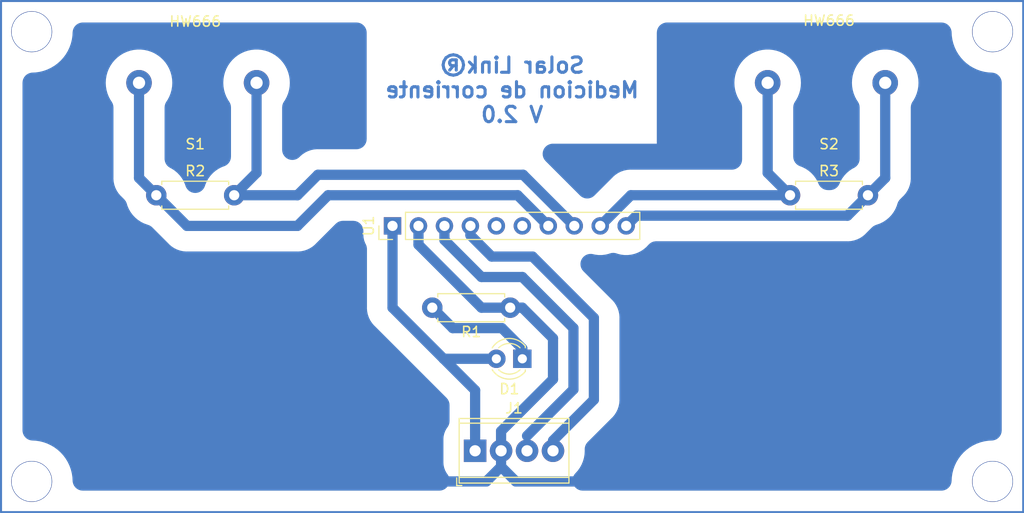
<source format=kicad_pcb>
(kicad_pcb (version 20221018) (generator pcbnew)
  (layers (0 "F.Cu" signal) (31 "B.Cu" signal) (34 "B.Paste" user) (35 "F.Paste" user) (36 "B.SilkS" user "B.Silkscreen") (37 "F.SilkS" user "F.Silkscreen") (38 "B.Mask" user) (39 "F.Mask" user) (44 "Edge.Cuts" user))
  (net 0 "")
  (net 1 "Net-(D1-K)")
  (net 2 "Net-(S1-Pin_2)")
  (net 3 "Net-(S1-Pin_1)")
  (net 4 "Net-(S2-Pin_2)")
  (net 5 "Net-(S2-Pin_1)")
  (net 8 "Net-(J1-Pin_4)")
  (net 9 "Net-(J1-Pin_3)")
  (net 10 "VCC")
  (net 11 "Masa")
  (footprint "LED_THT:LED_D3.0mm" (layer "F.Cu") (at 137 82 180)
    (fp_text reference "D1" (at 1.27 -2.96) (layer "F.SilkS"))
    (fp_text value "LED")
    (fp_line (start -0.29 -1.236) (end -0.29 -1.08) (stroke (width 0.12)) (layer "F.SilkS"))
    (fp_line (start -0.29 1.08) (end -0.29 1.236) (stroke (width 0.12)) (layer "F.SilkS"))
    (fp_arc (start -0.29 -1.235516) (mid 1.366487 -1.987659) (end 2.942335 -1.078608) (stroke (width 0.12)) (layer "F.SilkS"))
    (fp_arc (start 0.229039 -1.08) (mid 1.270117 -1.5) (end 2.31113 -1.079837) (stroke (width 0.12)) (layer "F.SilkS"))
    (fp_arc (start 2.31113 1.079837) (mid 1.270117 1.5) (end 0.229039 1.08) (stroke (width 0.12)) (layer "F.SilkS"))
    (fp_arc (start 2.942335 1.078608) (mid 1.366487 1.987659) (end -0.29 1.235516) (stroke (width 0.12)) (layer "F.SilkS"))
    (pad "1" thru_hole rect (at 0 0 180) (size 1.8 1.8) (drill 0.9) (layers "*.Cu" "*.Mask") (net 1 "Net-(D1-K)"))
    (pad "2" thru_hole circle (at 2.54 0 180) (size 1.8 1.8) (drill 0.9) (layers "*.Cu" "*.Mask") (net 10 "VCC"))
  )
  (footprint "Resistor_THT:R_Axial_DIN0207_L6.3mm_D2.5mm_P7.62mm_Horizontal" (layer "F.Cu") (at 163.19 66)
    (fp_text reference "R3" (at 3.81 -2.37) (layer "F.SilkS"))
    (fp_text value "100")
    (fp_line (start 0.54 -1.37) (end 7.08 -1.37) (stroke (width 0.12)) (layer "F.SilkS"))
    (fp_line (start 0.54 -1.04) (end 0.54 -1.37) (stroke (width 0.12)) (layer "F.SilkS"))
    (fp_line (start 0.54 1.04) (end 0.54 1.37) (stroke (width 0.12)) (layer "F.SilkS"))
    (fp_line (start 0.54 1.37) (end 7.08 1.37) (stroke (width 0.12)) (layer "F.SilkS"))
    (fp_line (start 7.08 -1.37) (end 7.08 -1.04) (stroke (width 0.12)) (layer "F.SilkS"))
    (fp_line (start 7.08 1.37) (end 7.08 1.04) (stroke (width 0.12)) (layer "F.SilkS"))
    (pad "1" thru_hole circle (at 0 0) (size 2 2) (drill 1) (layers "*.Cu" "*.Mask") (net 4 "Net-(S2-Pin_2)"))
    (pad "2" thru_hole circle (at 7.62 0) (size 2 2) (drill 1) (layers "*.Cu" "*.Mask") (net 5 "Net-(S2-Pin_1)"))
  )
  (footprint "TerminalBlock_Phoenix:TerminalBlock_Phoenix_MPT-0,5-4-2.54_1x04_P2.54mm_Horizontal" (layer "F.Cu") (at 132.38 91)
    (fp_text reference "J1" (at 3.81 -4.16) (layer "F.SilkS"))
    (fp_text value "IN")
    (fp_line (start -1.8 2.66) (end -1.8 3.4) (stroke (width 0.12)) (layer "F.SilkS"))
    (fp_line (start -1.8 3.4) (end -1.3 3.4) (stroke (width 0.12)) (layer "F.SilkS"))
    (fp_line (start -1.56 -3.16) (end -1.56 3.16) (stroke (width 0.12)) (layer "F.SilkS"))
    (fp_line (start -1.56 -3.16) (end 9.18 -3.16) (stroke (width 0.12)) (layer "F.SilkS"))
    (fp_line (start -1.56 -2.7) (end 9.18 -2.7) (stroke (width 0.12)) (layer "F.SilkS"))
    (fp_line (start -1.56 2.6) (end 9.18 2.6) (stroke (width 0.12)) (layer "F.SilkS"))
    (fp_line (start -1.56 3.16) (end 9.18 3.16) (stroke (width 0.12)) (layer "F.SilkS"))
    (fp_line (start 9.18 -3.16) (end 9.18 3.16) (stroke (width 0.12)) (layer "F.SilkS"))
    (pad "1" thru_hole rect (at 0 0) (size 2.2 2.2) (drill 1.1) (layers "*.Cu" "*.Mask") (net 10 "VCC"))
    (pad "2" thru_hole circle (at 2.54 0) (size 2.2 2.2) (drill 1.1) (layers "*.Cu" "*.Mask") (net 11 "Masa"))
    (pad "3" thru_hole circle (at 5.08 0) (size 2.2 2.2) (drill 1.1) (layers "*.Cu" "*.Mask") (net 9 "Net-(J1-Pin_3)"))
    (pad "4" thru_hole circle (at 7.62 0) (size 2.2 2.2) (drill 1.1) (layers "*.Cu" "*.Mask") (net 8 "Net-(J1-Pin_4)"))
  )
  (footprint "Resistor_THT:R_Axial_DIN0207_L6.3mm_D2.5mm_P7.62mm_Horizontal" (layer "F.Cu") (at 101.19 66)
    (fp_text reference "R2" (at 3.81 -2.37) (layer "F.SilkS"))
    (fp_text value "100")
    (fp_line (start 0.54 -1.37) (end 7.08 -1.37) (stroke (width 0.12)) (layer "F.SilkS"))
    (fp_line (start 0.54 -1.04) (end 0.54 -1.37) (stroke (width 0.12)) (layer "F.SilkS"))
    (fp_line (start 0.54 1.04) (end 0.54 1.37) (stroke (width 0.12)) (layer "F.SilkS"))
    (fp_line (start 0.54 1.37) (end 7.08 1.37) (stroke (width 0.12)) (layer "F.SilkS"))
    (fp_line (start 7.08 -1.37) (end 7.08 -1.04) (stroke (width 0.12)) (layer "F.SilkS"))
    (fp_line (start 7.08 1.37) (end 7.08 1.04) (stroke (width 0.12)) (layer "F.SilkS"))
    (pad "1" thru_hole circle (at 0 0) (size 2 2) (drill 1) (layers "*.Cu" "*.Mask") (net 2 "Net-(S1-Pin_2)"))
    (pad "2" thru_hole circle (at 7.62 0) (size 2 2) (drill 1) (layers "*.Cu" "*.Mask") (net 3 "Net-(S1-Pin_1)"))
  )
  (footprint "Resistor_THT:R_Axial_DIN0207_L6.3mm_D2.5mm_P7.62mm_Horizontal" (layer "F.Cu") (at 135.81 77 180)
    (fp_text reference "R1" (at 3.81 -2.37 180) (layer "F.SilkS"))
    (fp_text value "1k")
    (fp_line (start 0.54 -1.37) (end 7.08 -1.37) (stroke (width 0.12)) (layer "F.SilkS"))
    (fp_line (start 0.54 -1.04) (end 0.54 -1.37) (stroke (width 0.12)) (layer "F.SilkS"))
    (fp_line (start 0.54 1.04) (end 0.54 1.37) (stroke (width 0.12)) (layer "F.SilkS"))
    (fp_line (start 0.54 1.37) (end 7.08 1.37) (stroke (width 0.12)) (layer "F.SilkS"))
    (fp_line (start 7.08 -1.37) (end 7.08 -1.04) (stroke (width 0.12)) (layer "F.SilkS"))
    (fp_line (start 7.08 1.37) (end 7.08 1.04) (stroke (width 0.12)) (layer "F.SilkS"))
    (pad "1" thru_hole circle (at 0 0 180) (size 2 2) (drill 1) (layers "*.Cu" "*.Mask") (net 11 "Masa"))
    (pad "2" thru_hole circle (at 7.62 0 180) (size 2 2) (drill 1) (layers "*.Cu" "*.Mask") (net 1 "Net-(D1-K)"))
  )
  (footprint "Connector_PinHeader_2.54mm:PinHeader_1x10_P2.54mm_Vertical" (layer "F.Cu") (at 124.3 69 90)
    (fp_text reference "U1" (at 0 -2.33 90) (layer "F.SilkS"))
    (fp_text value "ADS1115IDGS")
    (fp_line (start -1.33 -1.33) (end 0 -1.33) (stroke (width 0.12)) (layer "F.SilkS"))
    (fp_line (start -1.33 0) (end -1.33 -1.33) (stroke (width 0.12)) (layer "F.SilkS"))
    (fp_line (start -1.33 1.27) (end -1.33 24.19) (stroke (width 0.12)) (layer "F.SilkS"))
    (fp_line (start -1.33 1.27) (end 1.33 1.27) (stroke (width 0.12)) (layer "F.SilkS"))
    (fp_line (start -1.33 24.19) (end 1.33 24.19) (stroke (width 0.12)) (layer "F.SilkS"))
    (fp_line (start 1.33 1.27) (end 1.33 24.19) (stroke (width 0.12)) (layer "F.SilkS"))
    (pad "1" thru_hole rect (at 0 0 90) (size 1.7 1.7) (drill 1) (layers "*.Cu" "*.Mask") (net 10 "VCC"))
    (pad "2" thru_hole oval (at 0 2.54 90) (size 1.7 1.7) (drill 1) (layers "*.Cu" "*.Mask") (net 11 "Masa"))
    (pad "3" thru_hole oval (at 0 5.08 90) (size 1.7 1.7) (drill 1) (layers "*.Cu" "*.Mask") (net 9 "Net-(J1-Pin_3)"))
    (pad "4" thru_hole oval (at 0 7.62 90) (size 1.7 1.7) (drill 1) (layers "*.Cu" "*.Mask") (net 8 "Net-(J1-Pin_4)"))
    (pad "5" thru_hole oval (at 0 10.16 90) (size 1.7 1.7) (drill 1) (layers "*.Cu" "*.Mask"))
    (pad "6" thru_hole oval (at 0 12.7 90) (size 1.7 1.7) (drill 1) (layers "*.Cu" "*.Mask"))
    (pad "7" thru_hole oval (at 0 15.24 90) (size 1.7 1.7) (drill 1) (layers "*.Cu" "*.Mask") (net 2 "Net-(S1-Pin_2)"))
    (pad "8" thru_hole oval (at 0 17.78 90) (size 1.7 1.7) (drill 1) (layers "*.Cu" "*.Mask") (net 3 "Net-(S1-Pin_1)"))
    (pad "9" thru_hole oval (at 0 20.32 90) (size 1.7 1.7) (drill 1) (layers "*.Cu" "*.Mask") (net 4 "Net-(S2-Pin_2)"))
    (pad "10" thru_hole oval (at 0 22.86 90) (size 1.7 1.7) (drill 1) (layers "*.Cu" "*.Mask") (net 5 "Net-(S2-Pin_1)"))
  )
  (footprint "Connector_PinHeader_2.54mm:PinHeader_1x02_P2.54mm_Vertical" (layer "F.Cu") (at 105 55)
    (fp_text reference "S1" (at 0 6) (layer "F.SilkS"))
    (fp_text value "HW666" (at 0 -6) (layer "F.SilkS"))
    (pad "1" thru_hole circle (at 6 0 270) (size 2.5 2.5) (drill 1.2) (layers "*.Cu" "*.Mask") (net 3 "Net-(S1-Pin_1)"))
    (pad "2" thru_hole circle (at -5.5 0) (size 2.5 2.5) (drill oval 1.2) (layers "*.Cu" "*.Mask") (net 2 "Net-(S1-Pin_2)"))
  )
  (footprint "Connector_PinHeader_2.54mm:PinHeader_1x02_P2.54mm_Vertical" (layer "F.Cu") (at 167 55)
    (fp_text reference "S2" (at 0 6) (layer "F.SilkS"))
    (fp_text value "HW666" hide)
    (fp_text user "HW666" (at 0 -5.5 unlocked) (layer "F.SilkS") (effects (justify bottom)))
    (pad "1" thru_hole circle (at 5.5 0 270) (size 2.5 2.5) (drill 1.2) (layers "*.Cu" "*.Mask") (net 5 "Net-(S2-Pin_1)"))
    (pad "2" thru_hole circle (at -6 0 270) (size 2.5 2.5) (drill 1.2) (layers "*.Cu" "*.Mask") (net 4 "Net-(S2-Pin_2)"))
  )
  (gr_line (start 86 47) (end 86 97) (stroke (width 0.2)) (layer "B.Cu"))
  (gr_line (start 186 97) (end 186 47) (stroke (width 0.2)) (layer "B.Cu"))
  (gr_line (start 186 47) (end 86 47) (stroke (width 0.2)) (layer "B.Cu"))
  (gr_line (start 86 97) (end 186 97) (stroke (width 0.2)) (layer "B.Cu"))
  (gr_text "Solar Link®\nMedicion de corriente\nV 2.0\n" (at 136 59) (layer "B.Cu") (effects (font (size 1.5 1.5) (thickness 0.3) bold) (justify bottom mirror)))
  (via (at 183 94) (size 4) (drill 3.9) (layers "F.Cu" "B.Cu") (net 0))
  (via (at 89 50) (size 4) (drill 3.9) (layers "F.Cu" "B.Cu") (net 0))
  (via (at 183 50) (size 4) (drill 3.9) (layers "F.Cu" "B.Cu") (net 0))
  (via (at 89 94) (size 4) (drill 3.9) (layers "F.Cu" "B.Cu") (net 0))
  (segment (start 130.19 79) (end 135 79) (width 1) (layer "B.Cu") (net 1))
  (segment (start 135 79) (end 137 81) (width 1) (layer "B.Cu") (net 1))
  (segment (start 128.19 77) (end 130.19 79) (width 1) (layer "B.Cu") (net 1))
  (segment (start 137 81) (end 137 82) (width 1) (layer "B.Cu") (net 1))
  (segment (start 99.5 64.31) (end 101.19 66) (width 1) (layer "B.Cu") (net 2))
  (segment (start 139.54 69) (end 136.54 66) (width 1) (layer "B.Cu") (net 2))
  (segment (start 136.54 66) (end 118 66) (width 1) (layer "B.Cu") (net 2))
  (segment (start 115 69) (end 104.19 69) (width 1) (layer "B.Cu") (net 2))
  (segment (start 118 66) (end 115 69) (width 1) (layer "B.Cu") (net 2))
  (segment (start 99.5 55) (end 99.5 64.31) (width 1) (layer "B.Cu") (net 2))
  (segment (start 104.19 69) (end 101.19 66) (width 1) (layer "B.Cu") (net 2))
  (segment (start 115 66) (end 108.81 66) (width 1) (layer "B.Cu") (net 3))
  (segment (start 111 63.81) (end 108.81 66) (width 1) (layer "B.Cu") (net 3))
  (segment (start 111 55) (end 111 63.81) (width 1) (layer "B.Cu") (net 3))
  (segment (start 117 64) (end 115 66) (width 1) (layer "B.Cu") (net 3))
  (segment (start 137.08 64) (end 117 64) (width 1) (layer "B.Cu") (net 3))
  (segment (start 142.08 69) (end 137.08 64) (width 1) (layer "B.Cu") (net 3))
  (segment (start 163.19 66) (end 147.62 66) (width 1) (layer "B.Cu") (net 4))
  (segment (start 147.62 66) (end 144.62 69) (width 1) (layer "B.Cu") (net 4))
  (segment (start 161 63.81) (end 163.19 66) (width 1) (layer "B.Cu") (net 4))
  (segment (start 161 55) (end 161 63.81) (width 1) (layer "B.Cu") (net 4))
  (segment (start 168.81 68) (end 148.16 68) (width 1) (layer "B.Cu") (net 5))
  (segment (start 170.81 66) (end 168.81 68) (width 1) (layer "B.Cu") (net 5))
  (segment (start 148.16 68) (end 147.16 69) (width 1) (layer "B.Cu") (net 5))
  (segment (start 172.5 64.31) (end 170.81 66) (width 1) (layer "B.Cu") (net 5))
  (segment (start 172.5 55) (end 172.5 64.31) (width 1) (layer "B.Cu") (net 5))
  (segment (start 144 78) (end 138 72) (width 1) (layer "B.Cu") (net 8))
  (segment (start 134 72) (end 131.92 69.92) (width 1) (layer "B.Cu") (net 8))
  (segment (start 140 90) (end 144 86) (width 1) (layer "B.Cu") (net 8))
  (segment (start 138 72) (end 134 72) (width 1) (layer "B.Cu") (net 8))
  (segment (start 144 86) (end 144 78) (width 1) (layer "B.Cu") (net 8))
  (segment (start 131.92 69.92) (end 131.92 69) (width 1) (layer "B.Cu") (net 8))
  (segment (start 142 79) (end 137 74) (width 1) (layer "B.Cu") (net 9))
  (segment (start 142 85) (end 142 79) (width 1) (layer "B.Cu") (net 9))
  (segment (start 129.38 70.38) (end 129.38 69) (width 1) (layer "B.Cu") (net 9))
  (segment (start 133 74) (end 129.38 70.38) (width 1) (layer "B.Cu") (net 9))
  (segment (start 137 74) (end 133 74) (width 1) (layer "B.Cu") (net 9))
  (segment (start 137.46 89.54) (end 142 85) (width 1) (layer "B.Cu") (net 9))
  (segment (start 124.3 69) (end 124.3 77) (width 1) (layer "B.Cu") (net 10))
  (segment (start 132.38 91) (end 132.38 85.08) (width 1) (layer "B.Cu") (net 10))
  (segment (start 124.3 77) (end 129.3 82) (width 1) (layer "B.Cu") (net 10))
  (segment (start 129.3 82) (end 134.46 82) (width 1) (layer "B.Cu") (net 10))
  (segment (start 132.38 85.08) (end 129.3 82) (width 1) (layer "B.Cu") (net 10))
  (segment (start 134.92 89.08) (end 140 84) (width 1) (layer "B.Cu") (net 11))
  (segment (start 140 80) (end 137 77) (width 1) (layer "B.Cu") (net 11))
  (segment (start 137 77) (end 135.81 77) (width 1) (layer "B.Cu") (net 11))
  (segment (start 140 84) (end 140 80) (width 1) (layer "B.Cu") (net 11))
  (segment (start 134.92 91) (end 134.92 92.555634) (width 1) (layer "B.Cu") (net 11))
  (segment (start 134.92 91) (end 134.92 89.08) (width 1) (layer "B.Cu") (net 11))
  (segment (start 126.84 70.84) (end 133 77) (width 1) (layer "B.Cu") (net 11))
  (segment (start 134.92 92.555634) (end 136.364366 94) (width 1) (layer "B.Cu") (net 11))
  (segment (start 133 77) (end 135.81 77) (width 1) (layer "B.Cu") (net 11))
  (segment (start 126.84 69) (end 126.84 70.84) (width 1) (layer "B.Cu") (net 11))
  (segment (start 136.364366 94) (end 146 94) (width 1) (layer "B.Cu") (net 11))
  (segment (start 133.475634 94) (end 127 94) (width 1) (layer "B.Cu") (net 11))
  (segment (start 134.92 92.555634) (end 133.475634 94) (width 1) (layer "B.Cu") (net 11))
  (zone (net 11) (net_name "Masa") (layer "B.Cu") (connect_pads (clearance 2)) (min_thickness 2) (fill yes (thermal_gap 1.5) (thermal_bridge_width 2) (island_removal_mode 2) (island_area_min 10))
    (polygon (pts (xy 86 47) (xy 86 97) (xy 186 97) (xy 186 47)))
  )
)
</source>
